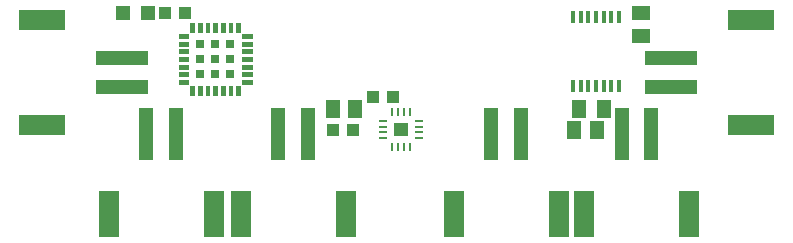
<source format=gbr>
G04 EAGLE Gerber RS-274X export*
G75*
%MOMM*%
%FSLAX34Y34*%
%LPD*%
%INSolderpaste Top*%
%IPPOS*%
%AMOC8*
5,1,8,0,0,1.08239X$1,22.5*%
G01*
%ADD10C,0.080000*%
%ADD11R,0.800000X0.800000*%
%ADD12R,1.300000X4.500000*%
%ADD13R,1.800000X3.900000*%
%ADD14R,4.500000X1.300000*%
%ADD15R,3.900000X1.800000*%
%ADD16R,0.304800X0.990600*%
%ADD17R,1.200000X1.500000*%
%ADD18R,1.500000X1.240000*%
%ADD19R,1.240000X1.500000*%
%ADD20R,0.280000X0.800000*%
%ADD21R,0.800000X0.280000*%
%ADD22R,1.075000X1.000000*%
%ADD23R,1.200000X1.200000*%

G36*
X332805Y90817D02*
X332805Y90817D01*
X332871Y90819D01*
X332914Y90837D01*
X332961Y90845D01*
X333018Y90879D01*
X333078Y90904D01*
X333113Y90935D01*
X333154Y90960D01*
X333196Y91011D01*
X333244Y91055D01*
X333266Y91097D01*
X333295Y91134D01*
X333316Y91196D01*
X333347Y91255D01*
X333355Y91309D01*
X333367Y91346D01*
X333366Y91386D01*
X333374Y91440D01*
X333374Y101600D01*
X333363Y101665D01*
X333361Y101731D01*
X333343Y101774D01*
X333335Y101821D01*
X333301Y101878D01*
X333276Y101938D01*
X333245Y101973D01*
X333220Y102014D01*
X333169Y102056D01*
X333125Y102104D01*
X333083Y102126D01*
X333046Y102155D01*
X332984Y102176D01*
X332925Y102207D01*
X332871Y102215D01*
X332834Y102227D01*
X332794Y102226D01*
X332740Y102234D01*
X322580Y102234D01*
X322515Y102223D01*
X322449Y102221D01*
X322406Y102203D01*
X322359Y102195D01*
X322302Y102161D01*
X322242Y102136D01*
X322207Y102105D01*
X322166Y102080D01*
X322125Y102029D01*
X322076Y101985D01*
X322054Y101943D01*
X322025Y101906D01*
X322004Y101844D01*
X321973Y101785D01*
X321965Y101731D01*
X321953Y101694D01*
X321953Y101683D01*
X321953Y101682D01*
X321954Y101652D01*
X321946Y101600D01*
X321946Y91440D01*
X321957Y91375D01*
X321959Y91309D01*
X321977Y91266D01*
X321985Y91219D01*
X322019Y91162D01*
X322044Y91102D01*
X322075Y91067D01*
X322100Y91026D01*
X322151Y90985D01*
X322195Y90936D01*
X322237Y90914D01*
X322274Y90885D01*
X322336Y90864D01*
X322395Y90833D01*
X322449Y90825D01*
X322486Y90813D01*
X322526Y90814D01*
X322580Y90806D01*
X332740Y90806D01*
X332805Y90817D01*
G37*
D10*
X188080Y179360D02*
X188080Y187060D01*
X191280Y187060D01*
X191280Y179360D01*
X188080Y179360D01*
X188080Y180120D02*
X191280Y180120D01*
X191280Y180880D02*
X188080Y180880D01*
X188080Y181640D02*
X191280Y181640D01*
X191280Y182400D02*
X188080Y182400D01*
X188080Y183160D02*
X191280Y183160D01*
X191280Y183920D02*
X188080Y183920D01*
X188080Y184680D02*
X191280Y184680D01*
X191280Y185440D02*
X188080Y185440D01*
X188080Y186200D02*
X191280Y186200D01*
X191280Y186960D02*
X188080Y186960D01*
X181580Y187060D02*
X181580Y179360D01*
X181580Y187060D02*
X184780Y187060D01*
X184780Y179360D01*
X181580Y179360D01*
X181580Y180120D02*
X184780Y180120D01*
X184780Y180880D02*
X181580Y180880D01*
X181580Y181640D02*
X184780Y181640D01*
X184780Y182400D02*
X181580Y182400D01*
X181580Y183160D02*
X184780Y183160D01*
X184780Y183920D02*
X181580Y183920D01*
X181580Y184680D02*
X184780Y184680D01*
X184780Y185440D02*
X181580Y185440D01*
X181580Y186200D02*
X184780Y186200D01*
X184780Y186960D02*
X181580Y186960D01*
X175080Y187060D02*
X175080Y179360D01*
X175080Y187060D02*
X178280Y187060D01*
X178280Y179360D01*
X175080Y179360D01*
X175080Y180120D02*
X178280Y180120D01*
X178280Y180880D02*
X175080Y180880D01*
X175080Y181640D02*
X178280Y181640D01*
X178280Y182400D02*
X175080Y182400D01*
X175080Y183160D02*
X178280Y183160D01*
X178280Y183920D02*
X175080Y183920D01*
X175080Y184680D02*
X178280Y184680D01*
X178280Y185440D02*
X175080Y185440D01*
X175080Y186200D02*
X178280Y186200D01*
X178280Y186960D02*
X175080Y186960D01*
X168580Y187060D02*
X168580Y179360D01*
X168580Y187060D02*
X171780Y187060D01*
X171780Y179360D01*
X168580Y179360D01*
X168580Y180120D02*
X171780Y180120D01*
X171780Y180880D02*
X168580Y180880D01*
X168580Y181640D02*
X171780Y181640D01*
X171780Y182400D02*
X168580Y182400D01*
X168580Y183160D02*
X171780Y183160D01*
X171780Y183920D02*
X168580Y183920D01*
X168580Y184680D02*
X171780Y184680D01*
X171780Y185440D02*
X168580Y185440D01*
X168580Y186200D02*
X171780Y186200D01*
X171780Y186960D02*
X168580Y186960D01*
X162080Y187060D02*
X162080Y179360D01*
X162080Y187060D02*
X165280Y187060D01*
X165280Y179360D01*
X162080Y179360D01*
X162080Y180120D02*
X165280Y180120D01*
X165280Y180880D02*
X162080Y180880D01*
X162080Y181640D02*
X165280Y181640D01*
X165280Y182400D02*
X162080Y182400D01*
X162080Y183160D02*
X165280Y183160D01*
X165280Y183920D02*
X162080Y183920D01*
X162080Y184680D02*
X165280Y184680D01*
X165280Y185440D02*
X162080Y185440D01*
X162080Y186200D02*
X165280Y186200D01*
X165280Y186960D02*
X162080Y186960D01*
X155580Y187060D02*
X155580Y179360D01*
X155580Y187060D02*
X158780Y187060D01*
X158780Y179360D01*
X155580Y179360D01*
X155580Y180120D02*
X158780Y180120D01*
X158780Y180880D02*
X155580Y180880D01*
X155580Y181640D02*
X158780Y181640D01*
X158780Y182400D02*
X155580Y182400D01*
X155580Y183160D02*
X158780Y183160D01*
X158780Y183920D02*
X155580Y183920D01*
X155580Y184680D02*
X158780Y184680D01*
X158780Y185440D02*
X155580Y185440D01*
X155580Y186200D02*
X158780Y186200D01*
X158780Y186960D02*
X155580Y186960D01*
X149080Y187060D02*
X149080Y179360D01*
X149080Y187060D02*
X152280Y187060D01*
X152280Y179360D01*
X149080Y179360D01*
X149080Y180120D02*
X152280Y180120D01*
X152280Y180880D02*
X149080Y180880D01*
X149080Y181640D02*
X152280Y181640D01*
X152280Y182400D02*
X149080Y182400D01*
X149080Y183160D02*
X152280Y183160D01*
X152280Y183920D02*
X149080Y183920D01*
X149080Y184680D02*
X152280Y184680D01*
X152280Y185440D02*
X149080Y185440D01*
X149080Y186200D02*
X152280Y186200D01*
X152280Y186960D02*
X149080Y186960D01*
X139330Y177310D02*
X139330Y174110D01*
X139330Y177310D02*
X147030Y177310D01*
X147030Y174110D01*
X139330Y174110D01*
X139330Y174870D02*
X147030Y174870D01*
X147030Y175630D02*
X139330Y175630D01*
X139330Y176390D02*
X147030Y176390D01*
X147030Y177150D02*
X139330Y177150D01*
X139330Y170810D02*
X139330Y167610D01*
X139330Y170810D02*
X147030Y170810D01*
X147030Y167610D01*
X139330Y167610D01*
X139330Y168370D02*
X147030Y168370D01*
X147030Y169130D02*
X139330Y169130D01*
X139330Y169890D02*
X147030Y169890D01*
X147030Y170650D02*
X139330Y170650D01*
X139330Y164310D02*
X139330Y161110D01*
X139330Y164310D02*
X147030Y164310D01*
X147030Y161110D01*
X139330Y161110D01*
X139330Y161870D02*
X147030Y161870D01*
X147030Y162630D02*
X139330Y162630D01*
X139330Y163390D02*
X147030Y163390D01*
X147030Y164150D02*
X139330Y164150D01*
X139330Y157810D02*
X139330Y154610D01*
X139330Y157810D02*
X147030Y157810D01*
X147030Y154610D01*
X139330Y154610D01*
X139330Y155370D02*
X147030Y155370D01*
X147030Y156130D02*
X139330Y156130D01*
X139330Y156890D02*
X147030Y156890D01*
X147030Y157650D02*
X139330Y157650D01*
X139330Y151310D02*
X139330Y148110D01*
X139330Y151310D02*
X147030Y151310D01*
X147030Y148110D01*
X139330Y148110D01*
X139330Y148870D02*
X147030Y148870D01*
X147030Y149630D02*
X139330Y149630D01*
X139330Y150390D02*
X147030Y150390D01*
X147030Y151150D02*
X139330Y151150D01*
X139330Y144810D02*
X139330Y141610D01*
X139330Y144810D02*
X147030Y144810D01*
X147030Y141610D01*
X139330Y141610D01*
X139330Y142370D02*
X147030Y142370D01*
X147030Y143130D02*
X139330Y143130D01*
X139330Y143890D02*
X147030Y143890D01*
X147030Y144650D02*
X139330Y144650D01*
X139330Y138310D02*
X139330Y135110D01*
X139330Y138310D02*
X147030Y138310D01*
X147030Y135110D01*
X139330Y135110D01*
X139330Y135870D02*
X147030Y135870D01*
X147030Y136630D02*
X139330Y136630D01*
X139330Y137390D02*
X147030Y137390D01*
X147030Y138150D02*
X139330Y138150D01*
X149080Y133060D02*
X149080Y125360D01*
X149080Y133060D02*
X152280Y133060D01*
X152280Y125360D01*
X149080Y125360D01*
X149080Y126120D02*
X152280Y126120D01*
X152280Y126880D02*
X149080Y126880D01*
X149080Y127640D02*
X152280Y127640D01*
X152280Y128400D02*
X149080Y128400D01*
X149080Y129160D02*
X152280Y129160D01*
X152280Y129920D02*
X149080Y129920D01*
X149080Y130680D02*
X152280Y130680D01*
X152280Y131440D02*
X149080Y131440D01*
X149080Y132200D02*
X152280Y132200D01*
X152280Y132960D02*
X149080Y132960D01*
X155580Y133060D02*
X155580Y125360D01*
X155580Y133060D02*
X158780Y133060D01*
X158780Y125360D01*
X155580Y125360D01*
X155580Y126120D02*
X158780Y126120D01*
X158780Y126880D02*
X155580Y126880D01*
X155580Y127640D02*
X158780Y127640D01*
X158780Y128400D02*
X155580Y128400D01*
X155580Y129160D02*
X158780Y129160D01*
X158780Y129920D02*
X155580Y129920D01*
X155580Y130680D02*
X158780Y130680D01*
X158780Y131440D02*
X155580Y131440D01*
X155580Y132200D02*
X158780Y132200D01*
X158780Y132960D02*
X155580Y132960D01*
X162080Y133060D02*
X162080Y125360D01*
X162080Y133060D02*
X165280Y133060D01*
X165280Y125360D01*
X162080Y125360D01*
X162080Y126120D02*
X165280Y126120D01*
X165280Y126880D02*
X162080Y126880D01*
X162080Y127640D02*
X165280Y127640D01*
X165280Y128400D02*
X162080Y128400D01*
X162080Y129160D02*
X165280Y129160D01*
X165280Y129920D02*
X162080Y129920D01*
X162080Y130680D02*
X165280Y130680D01*
X165280Y131440D02*
X162080Y131440D01*
X162080Y132200D02*
X165280Y132200D01*
X165280Y132960D02*
X162080Y132960D01*
X168580Y133060D02*
X168580Y125360D01*
X168580Y133060D02*
X171780Y133060D01*
X171780Y125360D01*
X168580Y125360D01*
X168580Y126120D02*
X171780Y126120D01*
X171780Y126880D02*
X168580Y126880D01*
X168580Y127640D02*
X171780Y127640D01*
X171780Y128400D02*
X168580Y128400D01*
X168580Y129160D02*
X171780Y129160D01*
X171780Y129920D02*
X168580Y129920D01*
X168580Y130680D02*
X171780Y130680D01*
X171780Y131440D02*
X168580Y131440D01*
X168580Y132200D02*
X171780Y132200D01*
X171780Y132960D02*
X168580Y132960D01*
X175080Y133060D02*
X175080Y125360D01*
X175080Y133060D02*
X178280Y133060D01*
X178280Y125360D01*
X175080Y125360D01*
X175080Y126120D02*
X178280Y126120D01*
X178280Y126880D02*
X175080Y126880D01*
X175080Y127640D02*
X178280Y127640D01*
X178280Y128400D02*
X175080Y128400D01*
X175080Y129160D02*
X178280Y129160D01*
X178280Y129920D02*
X175080Y129920D01*
X175080Y130680D02*
X178280Y130680D01*
X178280Y131440D02*
X175080Y131440D01*
X175080Y132200D02*
X178280Y132200D01*
X178280Y132960D02*
X175080Y132960D01*
X181580Y133060D02*
X181580Y125360D01*
X181580Y133060D02*
X184780Y133060D01*
X184780Y125360D01*
X181580Y125360D01*
X181580Y126120D02*
X184780Y126120D01*
X184780Y126880D02*
X181580Y126880D01*
X181580Y127640D02*
X184780Y127640D01*
X184780Y128400D02*
X181580Y128400D01*
X181580Y129160D02*
X184780Y129160D01*
X184780Y129920D02*
X181580Y129920D01*
X181580Y130680D02*
X184780Y130680D01*
X184780Y131440D02*
X181580Y131440D01*
X181580Y132200D02*
X184780Y132200D01*
X184780Y132960D02*
X181580Y132960D01*
X188080Y133060D02*
X188080Y125360D01*
X188080Y133060D02*
X191280Y133060D01*
X191280Y125360D01*
X188080Y125360D01*
X188080Y126120D02*
X191280Y126120D01*
X191280Y126880D02*
X188080Y126880D01*
X188080Y127640D02*
X191280Y127640D01*
X191280Y128400D02*
X188080Y128400D01*
X188080Y129160D02*
X191280Y129160D01*
X191280Y129920D02*
X188080Y129920D01*
X188080Y130680D02*
X191280Y130680D01*
X191280Y131440D02*
X188080Y131440D01*
X188080Y132200D02*
X191280Y132200D01*
X191280Y132960D02*
X188080Y132960D01*
X193330Y135110D02*
X193330Y138310D01*
X201030Y138310D01*
X201030Y135110D01*
X193330Y135110D01*
X193330Y135870D02*
X201030Y135870D01*
X201030Y136630D02*
X193330Y136630D01*
X193330Y137390D02*
X201030Y137390D01*
X201030Y138150D02*
X193330Y138150D01*
X193330Y141610D02*
X193330Y144810D01*
X201030Y144810D01*
X201030Y141610D01*
X193330Y141610D01*
X193330Y142370D02*
X201030Y142370D01*
X201030Y143130D02*
X193330Y143130D01*
X193330Y143890D02*
X201030Y143890D01*
X201030Y144650D02*
X193330Y144650D01*
X193330Y148110D02*
X193330Y151310D01*
X201030Y151310D01*
X201030Y148110D01*
X193330Y148110D01*
X193330Y148870D02*
X201030Y148870D01*
X201030Y149630D02*
X193330Y149630D01*
X193330Y150390D02*
X201030Y150390D01*
X201030Y151150D02*
X193330Y151150D01*
X193330Y154610D02*
X193330Y157810D01*
X201030Y157810D01*
X201030Y154610D01*
X193330Y154610D01*
X193330Y155370D02*
X201030Y155370D01*
X201030Y156130D02*
X193330Y156130D01*
X193330Y156890D02*
X201030Y156890D01*
X201030Y157650D02*
X193330Y157650D01*
X193330Y161110D02*
X193330Y164310D01*
X201030Y164310D01*
X201030Y161110D01*
X193330Y161110D01*
X193330Y161870D02*
X201030Y161870D01*
X201030Y162630D02*
X193330Y162630D01*
X193330Y163390D02*
X201030Y163390D01*
X201030Y164150D02*
X193330Y164150D01*
X193330Y167610D02*
X193330Y170810D01*
X201030Y170810D01*
X201030Y167610D01*
X193330Y167610D01*
X193330Y168370D02*
X201030Y168370D01*
X201030Y169130D02*
X193330Y169130D01*
X193330Y169890D02*
X201030Y169890D01*
X201030Y170650D02*
X193330Y170650D01*
X193330Y174110D02*
X193330Y177310D01*
X201030Y177310D01*
X201030Y174110D01*
X193330Y174110D01*
X193330Y174870D02*
X201030Y174870D01*
X201030Y175630D02*
X193330Y175630D01*
X193330Y176390D02*
X201030Y176390D01*
X201030Y177150D02*
X193330Y177150D01*
D11*
X183180Y169210D03*
X183180Y143210D03*
X157180Y143210D03*
X157180Y169210D03*
X170180Y169210D03*
X170180Y156210D03*
X183180Y156210D03*
X157180Y156210D03*
X170180Y143210D03*
D12*
X539550Y92850D03*
X514550Y92850D03*
D13*
X571550Y24850D03*
X482550Y24850D03*
D12*
X429060Y92850D03*
X404060Y92850D03*
D13*
X461060Y24850D03*
X372060Y24850D03*
D12*
X248720Y92850D03*
X223720Y92850D03*
D13*
X280720Y24850D03*
X191720Y24850D03*
D14*
X91580Y132280D03*
X91580Y157280D03*
D15*
X23580Y100280D03*
X23580Y189280D03*
D12*
X136960Y92850D03*
X111960Y92850D03*
D13*
X168960Y24850D03*
X79960Y24850D03*
D14*
X556120Y157280D03*
X556120Y132280D03*
D15*
X624120Y189280D03*
X624120Y100280D03*
D16*
X473260Y133382D03*
X479760Y133382D03*
X486260Y133382D03*
X492760Y133382D03*
X499260Y133382D03*
X505760Y133382D03*
X512260Y133382D03*
X512260Y191738D03*
X505760Y191738D03*
X499260Y191738D03*
X492760Y191738D03*
X486260Y191738D03*
X479760Y191738D03*
X473260Y191738D03*
D17*
X478450Y114300D03*
X499450Y114300D03*
D18*
X530860Y194920D03*
X530860Y175920D03*
D19*
X493370Y96520D03*
X474370Y96520D03*
D20*
X335160Y111520D03*
X330160Y111520D03*
X325160Y111520D03*
X320160Y111520D03*
D21*
X312660Y104020D03*
X312660Y99020D03*
X312660Y94020D03*
X312660Y89020D03*
D20*
X320160Y81520D03*
X325160Y81520D03*
X330160Y81520D03*
X335160Y81520D03*
D21*
X342660Y89020D03*
X342660Y94020D03*
X342660Y99020D03*
X342660Y104020D03*
D22*
X320920Y124460D03*
X303920Y124460D03*
X286630Y96520D03*
X269630Y96520D03*
D19*
X288900Y114300D03*
X269900Y114300D03*
D23*
X113370Y195580D03*
X92370Y195580D03*
D22*
X127390Y194945D03*
X144390Y194945D03*
M02*

</source>
